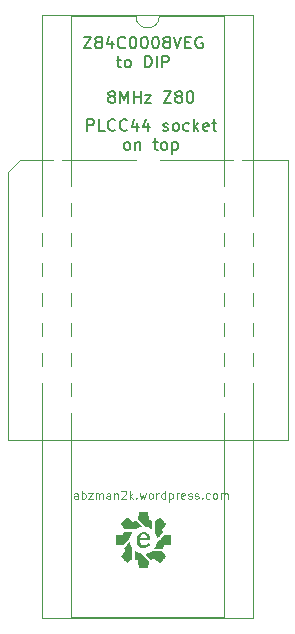
<source format=gto>
%TF.GenerationSoftware,KiCad,Pcbnew,(6.0.0)*%
%TF.CreationDate,2022-03-13T18:44:15-04:00*%
%TF.ProjectId,z80plcc to dip,7a383070-6c63-4632-9074-6f206469702e,rev?*%
%TF.SameCoordinates,Original*%
%TF.FileFunction,Legend,Top*%
%TF.FilePolarity,Positive*%
%FSLAX46Y46*%
G04 Gerber Fmt 4.6, Leading zero omitted, Abs format (unit mm)*
G04 Created by KiCad (PCBNEW (6.0.0)) date 2022-03-13 18:44:15*
%MOMM*%
%LPD*%
G01*
G04 APERTURE LIST*
%ADD10C,0.150000*%
%ADD11C,0.100000*%
%ADD12C,0.120000*%
%ADD13R,1.422400X1.422400*%
%ADD14C,1.422400*%
%ADD15R,1.600000X1.600000*%
%ADD16O,1.600000X1.600000*%
G04 APERTURE END LIST*
D10*
X120960238Y-76482380D02*
X120960238Y-75482380D01*
X121341190Y-75482380D01*
X121436428Y-75530000D01*
X121484047Y-75577619D01*
X121531666Y-75672857D01*
X121531666Y-75815714D01*
X121484047Y-75910952D01*
X121436428Y-75958571D01*
X121341190Y-76006190D01*
X120960238Y-76006190D01*
X122436428Y-76482380D02*
X121960238Y-76482380D01*
X121960238Y-75482380D01*
X123341190Y-76387142D02*
X123293571Y-76434761D01*
X123150714Y-76482380D01*
X123055476Y-76482380D01*
X122912619Y-76434761D01*
X122817380Y-76339523D01*
X122769761Y-76244285D01*
X122722142Y-76053809D01*
X122722142Y-75910952D01*
X122769761Y-75720476D01*
X122817380Y-75625238D01*
X122912619Y-75530000D01*
X123055476Y-75482380D01*
X123150714Y-75482380D01*
X123293571Y-75530000D01*
X123341190Y-75577619D01*
X124341190Y-76387142D02*
X124293571Y-76434761D01*
X124150714Y-76482380D01*
X124055476Y-76482380D01*
X123912619Y-76434761D01*
X123817380Y-76339523D01*
X123769761Y-76244285D01*
X123722142Y-76053809D01*
X123722142Y-75910952D01*
X123769761Y-75720476D01*
X123817380Y-75625238D01*
X123912619Y-75530000D01*
X124055476Y-75482380D01*
X124150714Y-75482380D01*
X124293571Y-75530000D01*
X124341190Y-75577619D01*
X125198333Y-75815714D02*
X125198333Y-76482380D01*
X124960238Y-75434761D02*
X124722142Y-76149047D01*
X125341190Y-76149047D01*
X126150714Y-75815714D02*
X126150714Y-76482380D01*
X125912619Y-75434761D02*
X125674523Y-76149047D01*
X126293571Y-76149047D01*
X127388809Y-76434761D02*
X127484047Y-76482380D01*
X127674523Y-76482380D01*
X127769761Y-76434761D01*
X127817380Y-76339523D01*
X127817380Y-76291904D01*
X127769761Y-76196666D01*
X127674523Y-76149047D01*
X127531666Y-76149047D01*
X127436428Y-76101428D01*
X127388809Y-76006190D01*
X127388809Y-75958571D01*
X127436428Y-75863333D01*
X127531666Y-75815714D01*
X127674523Y-75815714D01*
X127769761Y-75863333D01*
X128388809Y-76482380D02*
X128293571Y-76434761D01*
X128245952Y-76387142D01*
X128198333Y-76291904D01*
X128198333Y-76006190D01*
X128245952Y-75910952D01*
X128293571Y-75863333D01*
X128388809Y-75815714D01*
X128531666Y-75815714D01*
X128626904Y-75863333D01*
X128674523Y-75910952D01*
X128722142Y-76006190D01*
X128722142Y-76291904D01*
X128674523Y-76387142D01*
X128626904Y-76434761D01*
X128531666Y-76482380D01*
X128388809Y-76482380D01*
X129579285Y-76434761D02*
X129484047Y-76482380D01*
X129293571Y-76482380D01*
X129198333Y-76434761D01*
X129150714Y-76387142D01*
X129103095Y-76291904D01*
X129103095Y-76006190D01*
X129150714Y-75910952D01*
X129198333Y-75863333D01*
X129293571Y-75815714D01*
X129484047Y-75815714D01*
X129579285Y-75863333D01*
X130007857Y-76482380D02*
X130007857Y-75482380D01*
X130103095Y-76101428D02*
X130388809Y-76482380D01*
X130388809Y-75815714D02*
X130007857Y-76196666D01*
X131198333Y-76434761D02*
X131103095Y-76482380D01*
X130912619Y-76482380D01*
X130817380Y-76434761D01*
X130769761Y-76339523D01*
X130769761Y-75958571D01*
X130817380Y-75863333D01*
X130912619Y-75815714D01*
X131103095Y-75815714D01*
X131198333Y-75863333D01*
X131245952Y-75958571D01*
X131245952Y-76053809D01*
X130769761Y-76149047D01*
X131531666Y-75815714D02*
X131912619Y-75815714D01*
X131674523Y-75482380D02*
X131674523Y-76339523D01*
X131722142Y-76434761D01*
X131817380Y-76482380D01*
X131912619Y-76482380D01*
X124269761Y-78092380D02*
X124174523Y-78044761D01*
X124126904Y-77997142D01*
X124079285Y-77901904D01*
X124079285Y-77616190D01*
X124126904Y-77520952D01*
X124174523Y-77473333D01*
X124269761Y-77425714D01*
X124412619Y-77425714D01*
X124507857Y-77473333D01*
X124555476Y-77520952D01*
X124603095Y-77616190D01*
X124603095Y-77901904D01*
X124555476Y-77997142D01*
X124507857Y-78044761D01*
X124412619Y-78092380D01*
X124269761Y-78092380D01*
X125031666Y-77425714D02*
X125031666Y-78092380D01*
X125031666Y-77520952D02*
X125079285Y-77473333D01*
X125174523Y-77425714D01*
X125317380Y-77425714D01*
X125412619Y-77473333D01*
X125460238Y-77568571D01*
X125460238Y-78092380D01*
X126555476Y-77425714D02*
X126936428Y-77425714D01*
X126698333Y-77092380D02*
X126698333Y-77949523D01*
X126745952Y-78044761D01*
X126841190Y-78092380D01*
X126936428Y-78092380D01*
X127412619Y-78092380D02*
X127317380Y-78044761D01*
X127269761Y-77997142D01*
X127222142Y-77901904D01*
X127222142Y-77616190D01*
X127269761Y-77520952D01*
X127317380Y-77473333D01*
X127412619Y-77425714D01*
X127555476Y-77425714D01*
X127650714Y-77473333D01*
X127698333Y-77520952D01*
X127745952Y-77616190D01*
X127745952Y-77901904D01*
X127698333Y-77997142D01*
X127650714Y-78044761D01*
X127555476Y-78092380D01*
X127412619Y-78092380D01*
X128174523Y-77425714D02*
X128174523Y-78425714D01*
X128174523Y-77473333D02*
X128269761Y-77425714D01*
X128460238Y-77425714D01*
X128555476Y-77473333D01*
X128603095Y-77520952D01*
X128650714Y-77616190D01*
X128650714Y-77901904D01*
X128603095Y-77997142D01*
X128555476Y-78044761D01*
X128460238Y-78092380D01*
X128269761Y-78092380D01*
X128174523Y-78044761D01*
X120658571Y-68497380D02*
X121325238Y-68497380D01*
X120658571Y-69497380D01*
X121325238Y-69497380D01*
X121849047Y-68925952D02*
X121753809Y-68878333D01*
X121706190Y-68830714D01*
X121658571Y-68735476D01*
X121658571Y-68687857D01*
X121706190Y-68592619D01*
X121753809Y-68545000D01*
X121849047Y-68497380D01*
X122039523Y-68497380D01*
X122134761Y-68545000D01*
X122182380Y-68592619D01*
X122230000Y-68687857D01*
X122230000Y-68735476D01*
X122182380Y-68830714D01*
X122134761Y-68878333D01*
X122039523Y-68925952D01*
X121849047Y-68925952D01*
X121753809Y-68973571D01*
X121706190Y-69021190D01*
X121658571Y-69116428D01*
X121658571Y-69306904D01*
X121706190Y-69402142D01*
X121753809Y-69449761D01*
X121849047Y-69497380D01*
X122039523Y-69497380D01*
X122134761Y-69449761D01*
X122182380Y-69402142D01*
X122230000Y-69306904D01*
X122230000Y-69116428D01*
X122182380Y-69021190D01*
X122134761Y-68973571D01*
X122039523Y-68925952D01*
X123087142Y-68830714D02*
X123087142Y-69497380D01*
X122849047Y-68449761D02*
X122610952Y-69164047D01*
X123230000Y-69164047D01*
X124182380Y-69402142D02*
X124134761Y-69449761D01*
X123991904Y-69497380D01*
X123896666Y-69497380D01*
X123753809Y-69449761D01*
X123658571Y-69354523D01*
X123610952Y-69259285D01*
X123563333Y-69068809D01*
X123563333Y-68925952D01*
X123610952Y-68735476D01*
X123658571Y-68640238D01*
X123753809Y-68545000D01*
X123896666Y-68497380D01*
X123991904Y-68497380D01*
X124134761Y-68545000D01*
X124182380Y-68592619D01*
X124801428Y-68497380D02*
X124896666Y-68497380D01*
X124991904Y-68545000D01*
X125039523Y-68592619D01*
X125087142Y-68687857D01*
X125134761Y-68878333D01*
X125134761Y-69116428D01*
X125087142Y-69306904D01*
X125039523Y-69402142D01*
X124991904Y-69449761D01*
X124896666Y-69497380D01*
X124801428Y-69497380D01*
X124706190Y-69449761D01*
X124658571Y-69402142D01*
X124610952Y-69306904D01*
X124563333Y-69116428D01*
X124563333Y-68878333D01*
X124610952Y-68687857D01*
X124658571Y-68592619D01*
X124706190Y-68545000D01*
X124801428Y-68497380D01*
X125753809Y-68497380D02*
X125849047Y-68497380D01*
X125944285Y-68545000D01*
X125991904Y-68592619D01*
X126039523Y-68687857D01*
X126087142Y-68878333D01*
X126087142Y-69116428D01*
X126039523Y-69306904D01*
X125991904Y-69402142D01*
X125944285Y-69449761D01*
X125849047Y-69497380D01*
X125753809Y-69497380D01*
X125658571Y-69449761D01*
X125610952Y-69402142D01*
X125563333Y-69306904D01*
X125515714Y-69116428D01*
X125515714Y-68878333D01*
X125563333Y-68687857D01*
X125610952Y-68592619D01*
X125658571Y-68545000D01*
X125753809Y-68497380D01*
X126706190Y-68497380D02*
X126801428Y-68497380D01*
X126896666Y-68545000D01*
X126944285Y-68592619D01*
X126991904Y-68687857D01*
X127039523Y-68878333D01*
X127039523Y-69116428D01*
X126991904Y-69306904D01*
X126944285Y-69402142D01*
X126896666Y-69449761D01*
X126801428Y-69497380D01*
X126706190Y-69497380D01*
X126610952Y-69449761D01*
X126563333Y-69402142D01*
X126515714Y-69306904D01*
X126468095Y-69116428D01*
X126468095Y-68878333D01*
X126515714Y-68687857D01*
X126563333Y-68592619D01*
X126610952Y-68545000D01*
X126706190Y-68497380D01*
X127610952Y-68925952D02*
X127515714Y-68878333D01*
X127468095Y-68830714D01*
X127420476Y-68735476D01*
X127420476Y-68687857D01*
X127468095Y-68592619D01*
X127515714Y-68545000D01*
X127610952Y-68497380D01*
X127801428Y-68497380D01*
X127896666Y-68545000D01*
X127944285Y-68592619D01*
X127991904Y-68687857D01*
X127991904Y-68735476D01*
X127944285Y-68830714D01*
X127896666Y-68878333D01*
X127801428Y-68925952D01*
X127610952Y-68925952D01*
X127515714Y-68973571D01*
X127468095Y-69021190D01*
X127420476Y-69116428D01*
X127420476Y-69306904D01*
X127468095Y-69402142D01*
X127515714Y-69449761D01*
X127610952Y-69497380D01*
X127801428Y-69497380D01*
X127896666Y-69449761D01*
X127944285Y-69402142D01*
X127991904Y-69306904D01*
X127991904Y-69116428D01*
X127944285Y-69021190D01*
X127896666Y-68973571D01*
X127801428Y-68925952D01*
X128277619Y-68497380D02*
X128610952Y-69497380D01*
X128944285Y-68497380D01*
X129277619Y-68973571D02*
X129610952Y-68973571D01*
X129753809Y-69497380D02*
X129277619Y-69497380D01*
X129277619Y-68497380D01*
X129753809Y-68497380D01*
X130706190Y-68545000D02*
X130610952Y-68497380D01*
X130468095Y-68497380D01*
X130325238Y-68545000D01*
X130230000Y-68640238D01*
X130182380Y-68735476D01*
X130134761Y-68925952D01*
X130134761Y-69068809D01*
X130182380Y-69259285D01*
X130230000Y-69354523D01*
X130325238Y-69449761D01*
X130468095Y-69497380D01*
X130563333Y-69497380D01*
X130706190Y-69449761D01*
X130753809Y-69402142D01*
X130753809Y-69068809D01*
X130563333Y-69068809D01*
X123468095Y-70440714D02*
X123849047Y-70440714D01*
X123610952Y-70107380D02*
X123610952Y-70964523D01*
X123658571Y-71059761D01*
X123753809Y-71107380D01*
X123849047Y-71107380D01*
X124325238Y-71107380D02*
X124230000Y-71059761D01*
X124182380Y-71012142D01*
X124134761Y-70916904D01*
X124134761Y-70631190D01*
X124182380Y-70535952D01*
X124230000Y-70488333D01*
X124325238Y-70440714D01*
X124468095Y-70440714D01*
X124563333Y-70488333D01*
X124610952Y-70535952D01*
X124658571Y-70631190D01*
X124658571Y-70916904D01*
X124610952Y-71012142D01*
X124563333Y-71059761D01*
X124468095Y-71107380D01*
X124325238Y-71107380D01*
X125849047Y-71107380D02*
X125849047Y-70107380D01*
X126087142Y-70107380D01*
X126230000Y-70155000D01*
X126325238Y-70250238D01*
X126372857Y-70345476D01*
X126420476Y-70535952D01*
X126420476Y-70678809D01*
X126372857Y-70869285D01*
X126325238Y-70964523D01*
X126230000Y-71059761D01*
X126087142Y-71107380D01*
X125849047Y-71107380D01*
X126849047Y-71107380D02*
X126849047Y-70107380D01*
X127325238Y-71107380D02*
X127325238Y-70107380D01*
X127706190Y-70107380D01*
X127801428Y-70155000D01*
X127849047Y-70202619D01*
X127896666Y-70297857D01*
X127896666Y-70440714D01*
X127849047Y-70535952D01*
X127801428Y-70583571D01*
X127706190Y-70631190D01*
X127325238Y-70631190D01*
D11*
X120165000Y-107631666D02*
X120165000Y-107265000D01*
X120131666Y-107198333D01*
X120065000Y-107165000D01*
X119931666Y-107165000D01*
X119865000Y-107198333D01*
X120165000Y-107598333D02*
X120098333Y-107631666D01*
X119931666Y-107631666D01*
X119865000Y-107598333D01*
X119831666Y-107531666D01*
X119831666Y-107465000D01*
X119865000Y-107398333D01*
X119931666Y-107365000D01*
X120098333Y-107365000D01*
X120165000Y-107331666D01*
X120498333Y-107631666D02*
X120498333Y-106931666D01*
X120498333Y-107198333D02*
X120565000Y-107165000D01*
X120698333Y-107165000D01*
X120765000Y-107198333D01*
X120798333Y-107231666D01*
X120831666Y-107298333D01*
X120831666Y-107498333D01*
X120798333Y-107565000D01*
X120765000Y-107598333D01*
X120698333Y-107631666D01*
X120565000Y-107631666D01*
X120498333Y-107598333D01*
X121065000Y-107165000D02*
X121431666Y-107165000D01*
X121065000Y-107631666D01*
X121431666Y-107631666D01*
X121698333Y-107631666D02*
X121698333Y-107165000D01*
X121698333Y-107231666D02*
X121731666Y-107198333D01*
X121798333Y-107165000D01*
X121898333Y-107165000D01*
X121965000Y-107198333D01*
X121998333Y-107265000D01*
X121998333Y-107631666D01*
X121998333Y-107265000D02*
X122031666Y-107198333D01*
X122098333Y-107165000D01*
X122198333Y-107165000D01*
X122265000Y-107198333D01*
X122298333Y-107265000D01*
X122298333Y-107631666D01*
X122931666Y-107631666D02*
X122931666Y-107265000D01*
X122898333Y-107198333D01*
X122831666Y-107165000D01*
X122698333Y-107165000D01*
X122631666Y-107198333D01*
X122931666Y-107598333D02*
X122865000Y-107631666D01*
X122698333Y-107631666D01*
X122631666Y-107598333D01*
X122598333Y-107531666D01*
X122598333Y-107465000D01*
X122631666Y-107398333D01*
X122698333Y-107365000D01*
X122865000Y-107365000D01*
X122931666Y-107331666D01*
X123265000Y-107165000D02*
X123265000Y-107631666D01*
X123265000Y-107231666D02*
X123298333Y-107198333D01*
X123365000Y-107165000D01*
X123465000Y-107165000D01*
X123531666Y-107198333D01*
X123565000Y-107265000D01*
X123565000Y-107631666D01*
X123865000Y-106998333D02*
X123898333Y-106965000D01*
X123965000Y-106931666D01*
X124131666Y-106931666D01*
X124198333Y-106965000D01*
X124231666Y-106998333D01*
X124265000Y-107065000D01*
X124265000Y-107131666D01*
X124231666Y-107231666D01*
X123831666Y-107631666D01*
X124265000Y-107631666D01*
X124565000Y-107631666D02*
X124565000Y-106931666D01*
X124631666Y-107365000D02*
X124831666Y-107631666D01*
X124831666Y-107165000D02*
X124565000Y-107431666D01*
X125131666Y-107565000D02*
X125165000Y-107598333D01*
X125131666Y-107631666D01*
X125098333Y-107598333D01*
X125131666Y-107565000D01*
X125131666Y-107631666D01*
X125398333Y-107165000D02*
X125531666Y-107631666D01*
X125665000Y-107298333D01*
X125798333Y-107631666D01*
X125931666Y-107165000D01*
X126298333Y-107631666D02*
X126231666Y-107598333D01*
X126198333Y-107565000D01*
X126165000Y-107498333D01*
X126165000Y-107298333D01*
X126198333Y-107231666D01*
X126231666Y-107198333D01*
X126298333Y-107165000D01*
X126398333Y-107165000D01*
X126465000Y-107198333D01*
X126498333Y-107231666D01*
X126531666Y-107298333D01*
X126531666Y-107498333D01*
X126498333Y-107565000D01*
X126465000Y-107598333D01*
X126398333Y-107631666D01*
X126298333Y-107631666D01*
X126831666Y-107631666D02*
X126831666Y-107165000D01*
X126831666Y-107298333D02*
X126865000Y-107231666D01*
X126898333Y-107198333D01*
X126965000Y-107165000D01*
X127031666Y-107165000D01*
X127565000Y-107631666D02*
X127565000Y-106931666D01*
X127565000Y-107598333D02*
X127498333Y-107631666D01*
X127365000Y-107631666D01*
X127298333Y-107598333D01*
X127265000Y-107565000D01*
X127231666Y-107498333D01*
X127231666Y-107298333D01*
X127265000Y-107231666D01*
X127298333Y-107198333D01*
X127365000Y-107165000D01*
X127498333Y-107165000D01*
X127565000Y-107198333D01*
X127898333Y-107165000D02*
X127898333Y-107865000D01*
X127898333Y-107198333D02*
X127965000Y-107165000D01*
X128098333Y-107165000D01*
X128165000Y-107198333D01*
X128198333Y-107231666D01*
X128231666Y-107298333D01*
X128231666Y-107498333D01*
X128198333Y-107565000D01*
X128165000Y-107598333D01*
X128098333Y-107631666D01*
X127965000Y-107631666D01*
X127898333Y-107598333D01*
X128531666Y-107631666D02*
X128531666Y-107165000D01*
X128531666Y-107298333D02*
X128565000Y-107231666D01*
X128598333Y-107198333D01*
X128665000Y-107165000D01*
X128731666Y-107165000D01*
X129231666Y-107598333D02*
X129165000Y-107631666D01*
X129031666Y-107631666D01*
X128965000Y-107598333D01*
X128931666Y-107531666D01*
X128931666Y-107265000D01*
X128965000Y-107198333D01*
X129031666Y-107165000D01*
X129165000Y-107165000D01*
X129231666Y-107198333D01*
X129265000Y-107265000D01*
X129265000Y-107331666D01*
X128931666Y-107398333D01*
X129531666Y-107598333D02*
X129598333Y-107631666D01*
X129731666Y-107631666D01*
X129798333Y-107598333D01*
X129831666Y-107531666D01*
X129831666Y-107498333D01*
X129798333Y-107431666D01*
X129731666Y-107398333D01*
X129631666Y-107398333D01*
X129565000Y-107365000D01*
X129531666Y-107298333D01*
X129531666Y-107265000D01*
X129565000Y-107198333D01*
X129631666Y-107165000D01*
X129731666Y-107165000D01*
X129798333Y-107198333D01*
X130098333Y-107598333D02*
X130165000Y-107631666D01*
X130298333Y-107631666D01*
X130365000Y-107598333D01*
X130398333Y-107531666D01*
X130398333Y-107498333D01*
X130365000Y-107431666D01*
X130298333Y-107398333D01*
X130198333Y-107398333D01*
X130131666Y-107365000D01*
X130098333Y-107298333D01*
X130098333Y-107265000D01*
X130131666Y-107198333D01*
X130198333Y-107165000D01*
X130298333Y-107165000D01*
X130365000Y-107198333D01*
X130698333Y-107565000D02*
X130731666Y-107598333D01*
X130698333Y-107631666D01*
X130665000Y-107598333D01*
X130698333Y-107565000D01*
X130698333Y-107631666D01*
X131331666Y-107598333D02*
X131265000Y-107631666D01*
X131131666Y-107631666D01*
X131065000Y-107598333D01*
X131031666Y-107565000D01*
X130998333Y-107498333D01*
X130998333Y-107298333D01*
X131031666Y-107231666D01*
X131065000Y-107198333D01*
X131131666Y-107165000D01*
X131265000Y-107165000D01*
X131331666Y-107198333D01*
X131731666Y-107631666D02*
X131665000Y-107598333D01*
X131631666Y-107565000D01*
X131598333Y-107498333D01*
X131598333Y-107298333D01*
X131631666Y-107231666D01*
X131665000Y-107198333D01*
X131731666Y-107165000D01*
X131831666Y-107165000D01*
X131898333Y-107198333D01*
X131931666Y-107231666D01*
X131965000Y-107298333D01*
X131965000Y-107498333D01*
X131931666Y-107565000D01*
X131898333Y-107598333D01*
X131831666Y-107631666D01*
X131731666Y-107631666D01*
X132265000Y-107631666D02*
X132265000Y-107165000D01*
X132265000Y-107231666D02*
X132298333Y-107198333D01*
X132365000Y-107165000D01*
X132465000Y-107165000D01*
X132531666Y-107198333D01*
X132565000Y-107265000D01*
X132565000Y-107631666D01*
X132565000Y-107265000D02*
X132598333Y-107198333D01*
X132665000Y-107165000D01*
X132765000Y-107165000D01*
X132831666Y-107198333D01*
X132865000Y-107265000D01*
X132865000Y-107631666D01*
D10*
X122960238Y-73540952D02*
X122865000Y-73493333D01*
X122817380Y-73445714D01*
X122769761Y-73350476D01*
X122769761Y-73302857D01*
X122817380Y-73207619D01*
X122865000Y-73160000D01*
X122960238Y-73112380D01*
X123150714Y-73112380D01*
X123245952Y-73160000D01*
X123293571Y-73207619D01*
X123341190Y-73302857D01*
X123341190Y-73350476D01*
X123293571Y-73445714D01*
X123245952Y-73493333D01*
X123150714Y-73540952D01*
X122960238Y-73540952D01*
X122865000Y-73588571D01*
X122817380Y-73636190D01*
X122769761Y-73731428D01*
X122769761Y-73921904D01*
X122817380Y-74017142D01*
X122865000Y-74064761D01*
X122960238Y-74112380D01*
X123150714Y-74112380D01*
X123245952Y-74064761D01*
X123293571Y-74017142D01*
X123341190Y-73921904D01*
X123341190Y-73731428D01*
X123293571Y-73636190D01*
X123245952Y-73588571D01*
X123150714Y-73540952D01*
X123769761Y-74112380D02*
X123769761Y-73112380D01*
X124103095Y-73826666D01*
X124436428Y-73112380D01*
X124436428Y-74112380D01*
X124912619Y-74112380D02*
X124912619Y-73112380D01*
X124912619Y-73588571D02*
X125484047Y-73588571D01*
X125484047Y-74112380D02*
X125484047Y-73112380D01*
X125865000Y-73445714D02*
X126388809Y-73445714D01*
X125865000Y-74112380D01*
X126388809Y-74112380D01*
X127436428Y-73112380D02*
X128103095Y-73112380D01*
X127436428Y-74112380D01*
X128103095Y-74112380D01*
X128626904Y-73540952D02*
X128531666Y-73493333D01*
X128484047Y-73445714D01*
X128436428Y-73350476D01*
X128436428Y-73302857D01*
X128484047Y-73207619D01*
X128531666Y-73160000D01*
X128626904Y-73112380D01*
X128817380Y-73112380D01*
X128912619Y-73160000D01*
X128960238Y-73207619D01*
X129007857Y-73302857D01*
X129007857Y-73350476D01*
X128960238Y-73445714D01*
X128912619Y-73493333D01*
X128817380Y-73540952D01*
X128626904Y-73540952D01*
X128531666Y-73588571D01*
X128484047Y-73636190D01*
X128436428Y-73731428D01*
X128436428Y-73921904D01*
X128484047Y-74017142D01*
X128531666Y-74064761D01*
X128626904Y-74112380D01*
X128817380Y-74112380D01*
X128912619Y-74064761D01*
X128960238Y-74017142D01*
X129007857Y-73921904D01*
X129007857Y-73731428D01*
X128960238Y-73636190D01*
X128912619Y-73588571D01*
X128817380Y-73540952D01*
X129626904Y-73112380D02*
X129722142Y-73112380D01*
X129817380Y-73160000D01*
X129865000Y-73207619D01*
X129912619Y-73302857D01*
X129960238Y-73493333D01*
X129960238Y-73731428D01*
X129912619Y-73921904D01*
X129865000Y-74017142D01*
X129817380Y-74064761D01*
X129722142Y-74112380D01*
X129626904Y-74112380D01*
X129531666Y-74064761D01*
X129484047Y-74017142D01*
X129436428Y-73921904D01*
X129388809Y-73731428D01*
X129388809Y-73493333D01*
X129436428Y-73302857D01*
X129484047Y-73207619D01*
X129531666Y-73160000D01*
X129626904Y-73112380D01*
D12*
%TO.C,IC1*%
X137940000Y-78955000D02*
X127090000Y-78955000D01*
X137940000Y-102655000D02*
X137940000Y-78955000D01*
X114240000Y-79955000D02*
X114240000Y-102655000D01*
X125090000Y-78955000D02*
X115240000Y-78955000D01*
X115240000Y-78955000D02*
X114240000Y-79955000D01*
X114240000Y-102655000D02*
X137940000Y-102655000D01*
%TO.C,G\u002A\u002A\u002A*%
G36*
X125032492Y-112050189D02*
G01*
X125054321Y-112065119D01*
X125081311Y-112083838D01*
X125083796Y-112085574D01*
X125152943Y-112129323D01*
X125230439Y-112170821D01*
X125307436Y-112205426D01*
X125326343Y-112212745D01*
X125362061Y-112225119D01*
X125403303Y-112237990D01*
X125445759Y-112250177D01*
X125485119Y-112260502D01*
X125517073Y-112267782D01*
X125537311Y-112270837D01*
X125538532Y-112270865D01*
X125547124Y-112276842D01*
X125566736Y-112294008D01*
X125596174Y-112321216D01*
X125634240Y-112357318D01*
X125679740Y-112401168D01*
X125731477Y-112451618D01*
X125788255Y-112507520D01*
X125848880Y-112567728D01*
X125871620Y-112590441D01*
X126191108Y-112910016D01*
X126185761Y-112957204D01*
X126182565Y-112985214D01*
X126178018Y-113024812D01*
X126172772Y-113070338D01*
X126168354Y-113108562D01*
X126162285Y-113162271D01*
X126155764Y-113222060D01*
X126149756Y-113278977D01*
X126146782Y-113308220D01*
X126142394Y-113350885D01*
X126138078Y-113390518D01*
X126134417Y-113421867D01*
X126132529Y-113436261D01*
X126127791Y-113468814D01*
X125340891Y-113468814D01*
X125336152Y-113436261D01*
X125333318Y-113414030D01*
X125329415Y-113379768D01*
X125325027Y-113338727D01*
X125321925Y-113308220D01*
X125316532Y-113256312D01*
X125309977Y-113196664D01*
X125303313Y-113138753D01*
X125300207Y-113112902D01*
X125294408Y-113062843D01*
X125288754Y-113009369D01*
X125284060Y-112960404D01*
X125282034Y-112936362D01*
X125278244Y-112900393D01*
X125273417Y-112873247D01*
X125268264Y-112858545D01*
X125266493Y-112857004D01*
X125240768Y-112849254D01*
X125204974Y-112837632D01*
X125163887Y-112823787D01*
X125122284Y-112809363D01*
X125084942Y-112796008D01*
X125056637Y-112785367D01*
X125046388Y-112781151D01*
X125009495Y-112764858D01*
X125009495Y-112400158D01*
X125009591Y-112308036D01*
X125009906Y-112232002D01*
X125010478Y-112170781D01*
X125011346Y-112123100D01*
X125012548Y-112087686D01*
X125014123Y-112063265D01*
X125016110Y-112048565D01*
X125018546Y-112042310D01*
X125020346Y-112042143D01*
X125032492Y-112050189D01*
G37*
G36*
X127558143Y-110677576D02*
G01*
X127587968Y-110680882D01*
X127629141Y-110685542D01*
X127675770Y-110690885D01*
X127713562Y-110695261D01*
X127767268Y-110701358D01*
X127827055Y-110707902D01*
X127883969Y-110713922D01*
X127913220Y-110716900D01*
X127955885Y-110721287D01*
X127995518Y-110725603D01*
X128026867Y-110729265D01*
X128041261Y-110731152D01*
X128073814Y-110735891D01*
X128073814Y-111522791D01*
X128041261Y-111527529D01*
X128019030Y-111530364D01*
X127984768Y-111534266D01*
X127943727Y-111538654D01*
X127913220Y-111541757D01*
X127861312Y-111547149D01*
X127801664Y-111553705D01*
X127743753Y-111560369D01*
X127717902Y-111563475D01*
X127667843Y-111569273D01*
X127614369Y-111574928D01*
X127565404Y-111579622D01*
X127541362Y-111581648D01*
X127505411Y-111585436D01*
X127478259Y-111590262D01*
X127463536Y-111595413D01*
X127461983Y-111597188D01*
X127452236Y-111629643D01*
X127438543Y-111671966D01*
X127423054Y-111717770D01*
X127407917Y-111760666D01*
X127398156Y-111786911D01*
X127375603Y-111845506D01*
X127012884Y-111845506D01*
X126935427Y-111845415D01*
X126863625Y-111845156D01*
X126799278Y-111844748D01*
X126744183Y-111844211D01*
X126700137Y-111843563D01*
X126668940Y-111842825D01*
X126652387Y-111842016D01*
X126650164Y-111841582D01*
X126654786Y-111833113D01*
X126667032Y-111814212D01*
X126684474Y-111788602D01*
X126688742Y-111782471D01*
X126734905Y-111709605D01*
X126777866Y-111629100D01*
X126813020Y-111549711D01*
X126817745Y-111537338D01*
X126831314Y-111498143D01*
X126844879Y-111454289D01*
X126857274Y-111410114D01*
X126867337Y-111369955D01*
X126873903Y-111338149D01*
X126875865Y-111320809D01*
X126882001Y-111309983D01*
X126900443Y-111287569D01*
X126931242Y-111253513D01*
X126974450Y-111207761D01*
X127030118Y-111150258D01*
X127098298Y-111080950D01*
X127179041Y-110999783D01*
X127191379Y-110987442D01*
X127506894Y-110672016D01*
X127558143Y-110677576D01*
G37*
G36*
X124416039Y-109239436D02*
G01*
X124437745Y-109256380D01*
X124469924Y-109281852D01*
X124509637Y-109313493D01*
X124553947Y-109348943D01*
X124599915Y-109385845D01*
X124644603Y-109421837D01*
X124685074Y-109454561D01*
X124718389Y-109481657D01*
X124741609Y-109500766D01*
X124744660Y-109503318D01*
X124761377Y-109516992D01*
X124785250Y-109536099D01*
X124800881Y-109548454D01*
X124839670Y-109578942D01*
X124900710Y-109545960D01*
X124940563Y-109525444D01*
X124986624Y-109503224D01*
X125028994Y-109484075D01*
X125029406Y-109483898D01*
X125097062Y-109454817D01*
X125352765Y-109710411D01*
X125407525Y-109765287D01*
X125458271Y-109816411D01*
X125503723Y-109862474D01*
X125542603Y-109902168D01*
X125573632Y-109934185D01*
X125595533Y-109957216D01*
X125607025Y-109969953D01*
X125608469Y-109972038D01*
X125600716Y-109976601D01*
X125580983Y-109981453D01*
X125567235Y-109983664D01*
X125531307Y-109990141D01*
X125484734Y-110000772D01*
X125433279Y-110014030D01*
X125382702Y-110028387D01*
X125338765Y-110042316D01*
X125318640Y-110049578D01*
X125266897Y-110071823D01*
X125209151Y-110100198D01*
X125153039Y-110130761D01*
X125108425Y-110158083D01*
X125064123Y-110187475D01*
X124143412Y-110187475D01*
X124129990Y-110166991D01*
X124115597Y-110147040D01*
X124104957Y-110134438D01*
X124095649Y-110123665D01*
X124077724Y-110102006D01*
X124053383Y-110072155D01*
X124024828Y-110036803D01*
X124009895Y-110018199D01*
X123976581Y-109976657D01*
X123943064Y-109934937D01*
X123912702Y-109897214D01*
X123888853Y-109867662D01*
X123883627Y-109861208D01*
X123860144Y-109831827D01*
X123838527Y-109804078D01*
X123823185Y-109783627D01*
X123822374Y-109782494D01*
X123803937Y-109756602D01*
X124362775Y-109198540D01*
X124416039Y-109239436D01*
G37*
G36*
X126132529Y-108822420D02*
G01*
X126135364Y-108844651D01*
X126139266Y-108878914D01*
X126143654Y-108919954D01*
X126146757Y-108950462D01*
X126152149Y-109002369D01*
X126158705Y-109062018D01*
X126165369Y-109119929D01*
X126168475Y-109145780D01*
X126174273Y-109195838D01*
X126179928Y-109249312D01*
X126184622Y-109298277D01*
X126186648Y-109322320D01*
X126190438Y-109358289D01*
X126195264Y-109385435D01*
X126200418Y-109400136D01*
X126202188Y-109401677D01*
X126227913Y-109409428D01*
X126263708Y-109421049D01*
X126304794Y-109434895D01*
X126346397Y-109449318D01*
X126383739Y-109462674D01*
X126412044Y-109473315D01*
X126422294Y-109477531D01*
X126459187Y-109493824D01*
X126459187Y-109858011D01*
X126459137Y-109935622D01*
X126458994Y-110007574D01*
X126458770Y-110072074D01*
X126458473Y-110127329D01*
X126458117Y-110171546D01*
X126457710Y-110202930D01*
X126457264Y-110219690D01*
X126457017Y-110222030D01*
X126449435Y-110217347D01*
X126430792Y-110204881D01*
X126404270Y-110186776D01*
X126385400Y-110173755D01*
X126269310Y-110103675D01*
X126143706Y-110047275D01*
X126010993Y-110005608D01*
X125990424Y-110000648D01*
X125925318Y-109985563D01*
X125601944Y-109663359D01*
X125278569Y-109341154D01*
X125283419Y-109297722D01*
X125286397Y-109271377D01*
X125290754Y-109233232D01*
X125295868Y-109188732D01*
X125300327Y-109150120D01*
X125306396Y-109096411D01*
X125312918Y-109036621D01*
X125318925Y-108979705D01*
X125321900Y-108950462D01*
X125326287Y-108907796D01*
X125330603Y-108868163D01*
X125334265Y-108836815D01*
X125336152Y-108822420D01*
X125340891Y-108789867D01*
X126127791Y-108789867D01*
X126132529Y-108822420D01*
G37*
G36*
X126868051Y-112062937D02*
G01*
X127314245Y-112063347D01*
X127353309Y-112112643D01*
X127374961Y-112139886D01*
X127394167Y-112163910D01*
X127406763Y-112179508D01*
X127417877Y-112193210D01*
X127437148Y-112217100D01*
X127462640Y-112248769D01*
X127492418Y-112285806D01*
X127524547Y-112325801D01*
X127557093Y-112366344D01*
X127588121Y-112405025D01*
X127615696Y-112439434D01*
X127637883Y-112467160D01*
X127652746Y-112485794D01*
X127658157Y-112492656D01*
X127653764Y-112500835D01*
X127637643Y-112520309D01*
X127610534Y-112550294D01*
X127573179Y-112590004D01*
X127526320Y-112638655D01*
X127470697Y-112695463D01*
X127407053Y-112759643D01*
X127385386Y-112781337D01*
X127105717Y-113060908D01*
X126953898Y-112938599D01*
X126908922Y-112902347D01*
X126867653Y-112869046D01*
X126832306Y-112840486D01*
X126805094Y-112818456D01*
X126788231Y-112804745D01*
X126784686Y-112801832D01*
X126770508Y-112790249D01*
X126746712Y-112771016D01*
X126717248Y-112747318D01*
X126699647Y-112733208D01*
X126632000Y-112679045D01*
X126556444Y-112717326D01*
X126516514Y-112737184D01*
X126475580Y-112756928D01*
X126440601Y-112773220D01*
X126430820Y-112777591D01*
X126380751Y-112799575D01*
X126124007Y-112543269D01*
X126069277Y-112488448D01*
X126018722Y-112437451D01*
X125973595Y-112391568D01*
X125935146Y-112352090D01*
X125904630Y-112320304D01*
X125883297Y-112297503D01*
X125872402Y-112284976D01*
X125871269Y-112282957D01*
X125881287Y-112279624D01*
X125903511Y-112274860D01*
X125930679Y-112270102D01*
X126059993Y-112240751D01*
X126187178Y-112194530D01*
X126311033Y-112131905D01*
X126355885Y-112104601D01*
X126421858Y-112062526D01*
X126868051Y-112062937D01*
G37*
G36*
X124582335Y-111271527D02*
G01*
X124587414Y-111290466D01*
X124588458Y-111296446D01*
X124616590Y-111428415D01*
X124658231Y-111554660D01*
X124712255Y-111672138D01*
X124754190Y-111743462D01*
X124792475Y-111802644D01*
X124792475Y-112711787D01*
X124763834Y-112736558D01*
X124738552Y-112757902D01*
X124709804Y-112781459D01*
X124700898Y-112788595D01*
X124683701Y-112802331D01*
X124655625Y-112824827D01*
X124619317Y-112853961D01*
X124577424Y-112887607D01*
X124532593Y-112923643D01*
X124523370Y-112931060D01*
X124480303Y-112965679D01*
X124441548Y-112996793D01*
X124409245Y-113022690D01*
X124385529Y-113041657D01*
X124372539Y-113051981D01*
X124371026Y-113053157D01*
X124362847Y-113048764D01*
X124343372Y-113032643D01*
X124313388Y-113005534D01*
X124273678Y-112968179D01*
X124225026Y-112921320D01*
X124168218Y-112865697D01*
X124104038Y-112802053D01*
X124082344Y-112780386D01*
X123802774Y-112500717D01*
X123925082Y-112348898D01*
X123961335Y-112303922D01*
X123994636Y-112262653D01*
X124023196Y-112227306D01*
X124045226Y-112200094D01*
X124058936Y-112183231D01*
X124061850Y-112179686D01*
X124073433Y-112165508D01*
X124092666Y-112141712D01*
X124116363Y-112112248D01*
X124130473Y-112094647D01*
X124184637Y-112027000D01*
X124146355Y-111951444D01*
X124126361Y-111911217D01*
X124106356Y-111869696D01*
X124089746Y-111833989D01*
X124085364Y-111824176D01*
X124062653Y-111772463D01*
X124316829Y-111518178D01*
X124371554Y-111463573D01*
X124422531Y-111412987D01*
X124468445Y-111367702D01*
X124507985Y-111328999D01*
X124539836Y-111298163D01*
X124562687Y-111276474D01*
X124575224Y-111265216D01*
X124577177Y-111263893D01*
X124582335Y-111271527D01*
G37*
G36*
X125215479Y-110802170D02*
G01*
X125260915Y-110723627D01*
X125320703Y-110649349D01*
X125339365Y-110629742D01*
X125412627Y-110564793D01*
X125490991Y-110514972D01*
X125578082Y-110478108D01*
X125608393Y-110468691D01*
X125646888Y-110458276D01*
X125678279Y-110451919D01*
X125708898Y-110448961D01*
X125745080Y-110448736D01*
X125785094Y-110450209D01*
X125861080Y-110457002D01*
X125926180Y-110470862D01*
X125986005Y-110493449D01*
X126046167Y-110526419D01*
X126049036Y-110528214D01*
X126114465Y-110579327D01*
X126170304Y-110643467D01*
X126214966Y-110718253D01*
X126246860Y-110801304D01*
X126256162Y-110838534D01*
X126262673Y-110881089D01*
X126266166Y-110929630D01*
X126266775Y-110979999D01*
X126264633Y-111028038D01*
X126259876Y-111069590D01*
X126252636Y-111100497D01*
X126247355Y-111111905D01*
X126233086Y-111133681D01*
X125434853Y-111133681D01*
X125435158Y-111170575D01*
X125443673Y-111253333D01*
X125467001Y-111330712D01*
X125503917Y-111400660D01*
X125553197Y-111461123D01*
X125613617Y-111510049D01*
X125649920Y-111530690D01*
X125678396Y-111544478D01*
X125700778Y-111553715D01*
X125721826Y-111559312D01*
X125746302Y-111562181D01*
X125778966Y-111563233D01*
X125820685Y-111563380D01*
X125866502Y-111563056D01*
X125899514Y-111561620D01*
X125924274Y-111558375D01*
X125945332Y-111552626D01*
X125967242Y-111543676D01*
X125976023Y-111539626D01*
X126012029Y-111519771D01*
X126053747Y-111492265D01*
X126095452Y-111461290D01*
X126131418Y-111431027D01*
X126150194Y-111412417D01*
X126167853Y-111398128D01*
X126186374Y-111396219D01*
X126209019Y-111407277D01*
X126234209Y-111427542D01*
X126271888Y-111460979D01*
X126241836Y-111510656D01*
X126183496Y-111591246D01*
X126114021Y-111659289D01*
X126034735Y-111713702D01*
X125946965Y-111753405D01*
X125942349Y-111754994D01*
X125906336Y-111766109D01*
X125872676Y-111773480D01*
X125835496Y-111777992D01*
X125788925Y-111780533D01*
X125769064Y-111781126D01*
X125723101Y-111781519D01*
X125678701Y-111780520D01*
X125641441Y-111778331D01*
X125619948Y-111775755D01*
X125548983Y-111757088D01*
X125475402Y-111727187D01*
X125406505Y-111689074D01*
X125399732Y-111684647D01*
X125330831Y-111628628D01*
X125272071Y-111559762D01*
X125224009Y-111479683D01*
X125187204Y-111390020D01*
X125162215Y-111292408D01*
X125149601Y-111188477D01*
X125149920Y-111079859D01*
X125160605Y-110986108D01*
X125162564Y-110977427D01*
X125434523Y-110977427D01*
X125671240Y-110977378D01*
X125737461Y-110977044D01*
X125798483Y-110976122D01*
X125851809Y-110974695D01*
X125894943Y-110972846D01*
X125925387Y-110970656D01*
X125939617Y-110968536D01*
X125971190Y-110953391D01*
X125991398Y-110927702D01*
X126001229Y-110889768D01*
X126002557Y-110860236D01*
X125993583Y-110798517D01*
X125968921Y-110741158D01*
X125930132Y-110690575D01*
X125878782Y-110649184D01*
X125858402Y-110637458D01*
X125813130Y-110621932D01*
X125759764Y-110616305D01*
X125704386Y-110620451D01*
X125653078Y-110634245D01*
X125635764Y-110642067D01*
X125578567Y-110680970D01*
X125528713Y-110733330D01*
X125488478Y-110795999D01*
X125460141Y-110865827D01*
X125452611Y-110895233D01*
X125446280Y-110924636D01*
X125440773Y-110949802D01*
X125438962Y-110957895D01*
X125434523Y-110977427D01*
X125162564Y-110977427D01*
X125182630Y-110888491D01*
X125215479Y-110802170D01*
G37*
G36*
X124555645Y-110404591D02*
G01*
X124631680Y-110404906D01*
X124692901Y-110405478D01*
X124740582Y-110406346D01*
X124775996Y-110407548D01*
X124800416Y-110409123D01*
X124815117Y-110411110D01*
X124821371Y-110413546D01*
X124821538Y-110415346D01*
X124813493Y-110427492D01*
X124798563Y-110449321D01*
X124779843Y-110476311D01*
X124778108Y-110478796D01*
X124734358Y-110547943D01*
X124692861Y-110625439D01*
X124658255Y-110702436D01*
X124650936Y-110721343D01*
X124638563Y-110757061D01*
X124625692Y-110798303D01*
X124613504Y-110840759D01*
X124603180Y-110880119D01*
X124595900Y-110912073D01*
X124592844Y-110932311D01*
X124592816Y-110933532D01*
X124586796Y-110943052D01*
X124569674Y-110963154D01*
X124542862Y-110992439D01*
X124507772Y-111029505D01*
X124465813Y-111072954D01*
X124418396Y-111121385D01*
X124366934Y-111173400D01*
X124312836Y-111227597D01*
X124257513Y-111282578D01*
X124202377Y-111336943D01*
X124148838Y-111389292D01*
X124098307Y-111438225D01*
X124052196Y-111482343D01*
X124011914Y-111520246D01*
X123978874Y-111550534D01*
X123954485Y-111571807D01*
X123940159Y-111582666D01*
X123937373Y-111583782D01*
X123915774Y-111581805D01*
X123894013Y-111579464D01*
X123816079Y-111570458D01*
X123752492Y-111563164D01*
X123700357Y-111557261D01*
X123656779Y-111552427D01*
X123618864Y-111548340D01*
X123583716Y-111544678D01*
X123555462Y-111541820D01*
X123512797Y-111537417D01*
X123473165Y-111533088D01*
X123441816Y-111529419D01*
X123427420Y-111527529D01*
X123394867Y-111522791D01*
X123394867Y-110735891D01*
X123427420Y-110731152D01*
X123449651Y-110728318D01*
X123483914Y-110724415D01*
X123524954Y-110720027D01*
X123555462Y-110716925D01*
X123607369Y-110711532D01*
X123667018Y-110704977D01*
X123724929Y-110698313D01*
X123750780Y-110695207D01*
X123800838Y-110689408D01*
X123854312Y-110683754D01*
X123903277Y-110679060D01*
X123927320Y-110677034D01*
X123963289Y-110673244D01*
X123990435Y-110668417D01*
X124005136Y-110663264D01*
X124006677Y-110661493D01*
X124014428Y-110635768D01*
X124026049Y-110599974D01*
X124039895Y-110558887D01*
X124054318Y-110517284D01*
X124067674Y-110479942D01*
X124078315Y-110451637D01*
X124082531Y-110441388D01*
X124098824Y-110404495D01*
X124463523Y-110404495D01*
X124555645Y-110404591D01*
G37*
G36*
X127385386Y-109477344D02*
G01*
X127451412Y-109543691D01*
X127509650Y-109602914D01*
X127559359Y-109654228D01*
X127599798Y-109696850D01*
X127630226Y-109729993D01*
X127649901Y-109752875D01*
X127658081Y-109764709D01*
X127658157Y-109766026D01*
X127650559Y-109775655D01*
X127634029Y-109796371D01*
X127610523Y-109825735D01*
X127581999Y-109861313D01*
X127550413Y-109900668D01*
X127517723Y-109941363D01*
X127485885Y-109980962D01*
X127456857Y-110017029D01*
X127432595Y-110047128D01*
X127415056Y-110068821D01*
X127406763Y-110078995D01*
X127395205Y-110093179D01*
X127375996Y-110116974D01*
X127352322Y-110146426D01*
X127338303Y-110163917D01*
X127284234Y-110231447D01*
X127330728Y-110324481D01*
X127350311Y-110364476D01*
X127368017Y-110402103D01*
X127381741Y-110432804D01*
X127388810Y-110450341D01*
X127400397Y-110483166D01*
X127149038Y-110734637D01*
X127094643Y-110788923D01*
X127044023Y-110839185D01*
X126998496Y-110884133D01*
X126959381Y-110922478D01*
X126927993Y-110952931D01*
X126905652Y-110974202D01*
X126893674Y-110985003D01*
X126892041Y-110986108D01*
X126884518Y-110979224D01*
X126881134Y-110972376D01*
X126876758Y-110952365D01*
X126875865Y-110939288D01*
X126873187Y-110917138D01*
X126865934Y-110882975D01*
X126855275Y-110841170D01*
X126842381Y-110796092D01*
X126828420Y-110752113D01*
X126817529Y-110721343D01*
X126787099Y-110647207D01*
X126753524Y-110580571D01*
X126713988Y-110514904D01*
X126676207Y-110456038D01*
X126676207Y-109546895D01*
X126704847Y-109522123D01*
X126730112Y-109500779D01*
X126758846Y-109477197D01*
X126767783Y-109470018D01*
X126784658Y-109456504D01*
X126812517Y-109434119D01*
X126848834Y-109404896D01*
X126891081Y-109370870D01*
X126936733Y-109334073D01*
X126953898Y-109320230D01*
X127105717Y-109197774D01*
X127385386Y-109477344D01*
G37*
%TO.C,U1*%
X117135000Y-117739500D02*
X135035000Y-117739500D01*
X117135000Y-66699500D02*
X117135000Y-117739500D01*
X135035000Y-117739500D02*
X135035000Y-66699500D01*
X132545000Y-66759500D02*
X127085000Y-66759500D01*
X125085000Y-66759500D02*
X119625000Y-66759500D01*
X132545000Y-117679500D02*
X132545000Y-66759500D01*
X135035000Y-66699500D02*
X117135000Y-66699500D01*
X119625000Y-66759500D02*
X119625000Y-117679500D01*
X119625000Y-117679500D02*
X132545000Y-117679500D01*
X125085000Y-66759500D02*
G75*
G03*
X127085000Y-66759500I1000000J0D01*
G01*
%TD*%
%LPC*%
D13*
%TO.C,IC1*%
X127360000Y-84455000D03*
D14*
X124820000Y-81915000D03*
X124820000Y-84455000D03*
X122280000Y-81915000D03*
X122280000Y-84455000D03*
X119740000Y-81915000D03*
X117200000Y-84455000D03*
X119740000Y-84455000D03*
X117200000Y-86995000D03*
X119740000Y-86995000D03*
X117200000Y-89535000D03*
X119740000Y-89535000D03*
X117200000Y-92075000D03*
X119740000Y-92075000D03*
X117200000Y-94615000D03*
X119740000Y-94615000D03*
X117200000Y-97155000D03*
X119740000Y-99695000D03*
X119740000Y-97155000D03*
X122280000Y-99695000D03*
X122280000Y-97155000D03*
X124820000Y-99695000D03*
X124820000Y-97155000D03*
X127360000Y-99695000D03*
X127360000Y-97155000D03*
X129900000Y-99695000D03*
X129900000Y-97155000D03*
X132440000Y-99695000D03*
X134980000Y-97155000D03*
X132440000Y-97155000D03*
X134980000Y-94615000D03*
X132440000Y-94615000D03*
X134980000Y-92075000D03*
X132440000Y-92075000D03*
X134980000Y-89535000D03*
X132440000Y-89535000D03*
X134980000Y-86995000D03*
X132440000Y-86995000D03*
X134980000Y-84455000D03*
X132440000Y-81915000D03*
X132440000Y-84455000D03*
X129900000Y-81915000D03*
X129900000Y-84455000D03*
X127360000Y-81915000D03*
%TD*%
D15*
%TO.C,U1*%
X118465000Y-68089500D03*
D16*
X118465000Y-70629500D03*
X118465000Y-73169500D03*
X118465000Y-75709500D03*
X118465000Y-78249500D03*
X118465000Y-80789500D03*
X118465000Y-83329500D03*
X118465000Y-85869500D03*
X118465000Y-88409500D03*
X118465000Y-90949500D03*
X118465000Y-93489500D03*
X118465000Y-96029500D03*
X118465000Y-98569500D03*
X118465000Y-101109500D03*
X118465000Y-103649500D03*
X118465000Y-106189500D03*
X118465000Y-108729500D03*
X118465000Y-111269500D03*
X118465000Y-113809500D03*
X118465000Y-116349500D03*
X133705000Y-116349500D03*
X133705000Y-113809500D03*
X133705000Y-111269500D03*
X133705000Y-108729500D03*
X133705000Y-106189500D03*
X133705000Y-103649500D03*
X133705000Y-101109500D03*
X133705000Y-98569500D03*
X133705000Y-96029500D03*
X133705000Y-93489500D03*
X133705000Y-90949500D03*
X133705000Y-88409500D03*
X133705000Y-85869500D03*
X133705000Y-83329500D03*
X133705000Y-80789500D03*
X133705000Y-78249500D03*
X133705000Y-75709500D03*
X133705000Y-73169500D03*
X133705000Y-70629500D03*
X133705000Y-68089500D03*
%TD*%
M02*

</source>
